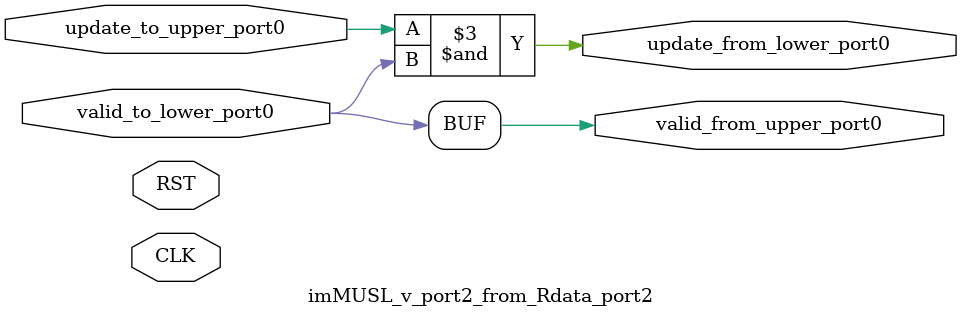
<source format=sv>
module arpreq (
    input transinit_v,
    input [1:0] bresp_v,
    input bvalid_v,
    output bready_v,
    output [12:0] awaddr_Waddr,
    output awvalid_Waddr,
    input awready_Waddr,
    input wready_Wdata,
    output wvalid_Wdata,
    output [3:0] wstrb_Wdata,
    output [31:0] wdata_Wdata,
    input arready_Raddr,
    output arvalid_Raddr,
    output [12:0] araddr_Raddr,
    input [31:0] rdata_Rdata,
    input [1:0] rresp_Rdata,
    output rready_Rdata,
    input rvalid_Rdata,
    input CLK,
    input RST
);
    logic [12:0] awaddr_in_Waddr;
    logic [3:0] wstrb_in_Wdata;
    logic [31:0] wdata_in_Wdata;
    logic [12:0] araddr_in_Raddr;
    logic [31:0] rdata_v;
    logic valid_to_lower_port1_v;
    logic valid_from_upper_port1_Waddr;
    logic update_from_lower_port1_v;
    logic update_to_upper_port1_Waddr;
    logic valid_from_upper_port1_Wdata;
    logic update_to_upper_port1_Wdata;
    logic valid_to_lower_port2_v;
    logic valid_from_upper_port2_Raddr;
    logic update_from_lower_port2_v;
    logic update_to_upper_port2_Raddr;
    logic valid_to_lower_port2_Rdata;
    logic valid_from_upper_port2_v;
    logic update_from_lower_port2_Rdata;
    logic update_to_upper_port2_v;
    logic [1:0] bundle_valid_SUML_from_v_port1;
    logic [1:0] bundle_update_SUML_from_v_port1;
    logic bundle_valid_SUML_from_v_port2;
    logic bundle_update_SUML_from_v_port2;
    logic bundle_valid_SUML_from_Rdata_port2;
    logic bundle_update_SUML_from_Rdata_port2;
    logic bundle_valid_MUSL_from_Waddr_port1;
    logic bundle_update_MUSL_from_Waddr_port1;
    logic bundle_valid_MUSL_from_Wdata_port1;
    logic bundle_update_MUSL_from_Wdata_port1;
    logic bundle_valid_MUSL_from_Raddr_port2;
    logic bundle_update_MUSL_from_Raddr_port2;
    logic bundle_valid_MUSL_from_v_port2;
    logic bundle_update_MUSL_from_v_port2;
    logic CLK_Raddr;
    logic CLK_Rdata;
    logic CLK_Waddr;
    logic CLK_Wdata;
    logic CLK_v;
    logic RST_Raddr;
    logic RST_Rdata;
    logic RST_Waddr;
    logic RST_Wdata;
    logic RST_v;
    logic [12:0] araddr_v;
    logic [12:0] awaddr_v;
    logic [31:0] rdata_out_Rdata;
    logic update_mlay2suml_from_Rdata_port2;
    logic update_mlay2suml_from_v_port1;
    logic update_mlay2suml_from_v_port2;
    logic update_musl2mlay_to_Raddr_port2;
    logic update_musl2mlay_to_Waddr_port1;
    logic update_musl2mlay_to_Wdata_port1;
    logic update_musl2mlay_to_v_port2;
    logic update_suml2musl_Rdata_port2_to_v_port2;
    logic update_suml2musl_v_port1_to_Waddr_port1;
    logic update_suml2musl_v_port1_to_Wdata_port1;
    logic update_suml2musl_v_port2_to_Raddr_port2;
    logic valid_mlay2suml_from_Rdata_port2;
    logic valid_mlay2suml_from_v_port1;
    logic valid_mlay2suml_from_v_port2;
    logic valid_musl2mlay_to_Raddr_port2;
    logic valid_musl2mlay_to_Waddr_port1;
    logic valid_musl2mlay_to_Wdata_port1;
    logic valid_musl2mlay_to_v_port2;
    logic valid_suml2musl_Rdata_port2_to_v_port2;
    logic valid_suml2musl_v_port1_to_Waddr_port1;
    logic valid_suml2musl_v_port1_to_Wdata_port1;
    logic valid_suml2musl_v_port2_to_Raddr_port2;
    logic [31:0] wdata_v;
    logic [3:0] wstrb_v;

    imSUML_v_port1_to_Waddr_port1_and_Wdata_port1 uSUML_from_v_port1 (
        .CLK(CLK),
        .RST(RST),
        .valid_to_lower_port0(valid_mlay2suml_from_v_port1),
        .update_from_lower_port0(update_mlay2suml_from_v_port1),
        .valid_from_upper_port0(bundle_valid_SUML_from_v_port1),
        .update_to_upper_port0(bundle_update_SUML_from_v_port1)
    );
    imSUML_v_port2_to_Raddr_port2 uSUML_from_v_port2 (
        .CLK(CLK),
        .RST(RST),
        .valid_to_lower_port0(valid_mlay2suml_from_v_port2),
        .update_from_lower_port0(update_mlay2suml_from_v_port2),
        .valid_from_upper_port0(bundle_valid_SUML_from_v_port2),
        .update_to_upper_port0(bundle_update_SUML_from_v_port2)
    );
    imSUML_Rdata_port2_to_v_port2 uSUML_from_Rdata_port2 (
        .CLK(CLK),
        .RST(RST),
        .valid_to_lower_port0(valid_mlay2suml_from_Rdata_port2),
        .update_from_lower_port0(update_mlay2suml_from_Rdata_port2),
        .valid_from_upper_port0(bundle_valid_SUML_from_Rdata_port2),
        .update_to_upper_port0(bundle_update_SUML_from_Rdata_port2)
    );
    imMUSL_Waddr_port1_from_v_port1 uMUSL_from_Waddr_port1 (
        .CLK(CLK),
        .RST(RST),
        .valid_to_lower_port0(bundle_valid_MUSL_from_Waddr_port1),
        .update_from_lower_port0(bundle_update_MUSL_from_Waddr_port1),
        .valid_from_upper_port0(valid_musl2mlay_to_Waddr_port1),
        .update_to_upper_port0(update_musl2mlay_to_Waddr_port1)
    );
    imMUSL_Wdata_port1_from_v_port1 uMUSL_from_Wdata_port1 (
        .CLK(CLK),
        .RST(RST),
        .valid_to_lower_port0(bundle_valid_MUSL_from_Wdata_port1),
        .update_from_lower_port0(bundle_update_MUSL_from_Wdata_port1),
        .valid_from_upper_port0(valid_musl2mlay_to_Wdata_port1),
        .update_to_upper_port0(update_musl2mlay_to_Wdata_port1)
    );
    imMUSL_Raddr_port2_from_v_port2 uMUSL_from_Raddr_port2 (
        .CLK(CLK),
        .RST(RST),
        .valid_to_lower_port0(bundle_valid_MUSL_from_Raddr_port2),
        .update_from_lower_port0(bundle_update_MUSL_from_Raddr_port2),
        .valid_from_upper_port0(valid_musl2mlay_to_Raddr_port2),
        .update_to_upper_port0(update_musl2mlay_to_Raddr_port2)
    );
    imMUSL_v_port2_from_Rdata_port2 uMUSL_from_v_port2 (
        .CLK(CLK),
        .RST(RST),
        .valid_to_lower_port0(bundle_valid_MUSL_from_v_port2),
        .update_from_lower_port0(bundle_update_MUSL_from_v_port2),
        .valid_from_upper_port0(valid_musl2mlay_to_v_port2),
        .update_to_upper_port0(update_musl2mlay_to_v_port2)
    );
    v v_inst (
        .bready(bready_v),
        .bresp(bresp_v),
        .bvalid(bvalid_v),
        .awaddr(awaddr_v),
        .araddr(araddr_v),
        .wstrb(wstrb_v),
        .wdata(wdata_v),
        .rdata(rdata_v),
        .transinit(transinit_v),
        .CLK(CLK_v),
        .RST(RST_v),
        .valid_to_lower_port1(valid_to_lower_port1_v),
        .update_from_lower_port1(update_from_lower_port1_v),
        .valid_to_lower_port2(valid_to_lower_port2_v),
        .update_from_lower_port2(update_from_lower_port2_v),
        .valid_from_upper_port2(valid_from_upper_port2_v),
        .update_to_upper_port2(update_to_upper_port2_v)
    );
    Waddr Waddr_inst (
        .awaddr(awaddr_Waddr),
        .awready(awready_Waddr),
        .awvalid(awvalid_Waddr),
        .awaddr_in(awaddr_in_Waddr),
        .CLK(CLK_Waddr),
        .RST(RST_Waddr),
        .valid_from_upper_port1(valid_from_upper_port1_Waddr),
        .update_to_upper_port1(update_to_upper_port1_Waddr)
    );
    Wdata Wdata_inst (
        .wdata(wdata_Wdata),
        .wstrb(wstrb_Wdata),
        .wvalid(wvalid_Wdata),
        .wready(wready_Wdata),
        .wdata_in(wdata_in_Wdata),
        .wstrb_in(wstrb_in_Wdata),
        .CLK(CLK_Wdata),
        .RST(RST_Wdata),
        .valid_from_upper_port1(valid_from_upper_port1_Wdata),
        .update_to_upper_port1(update_to_upper_port1_Wdata)
    );
    Raddr Raddr_inst (
        .araddr(araddr_Raddr),
        .arready(arready_Raddr),
        .arvalid(arvalid_Raddr),
        .araddr_in(araddr_in_Raddr),
        .CLK(CLK_Raddr),
        .RST(RST_Raddr),
        .valid_from_upper_port2(valid_from_upper_port2_Raddr),
        .update_to_upper_port2(update_to_upper_port2_Raddr)
    );
    Rdata Rdata_inst (
        .rready(rready_Rdata),
        .rvalid(rvalid_Rdata),
        .rdata(rdata_Rdata),
        .rresp(rresp_Rdata),
        .rdata_out(rdata_out_Rdata),
        .CLK(CLK_Rdata),
        .RST(RST_Rdata),
        .valid_to_lower_port2(valid_to_lower_port2_Rdata),
        .update_from_lower_port2(update_from_lower_port2_Rdata)
    );
    always_comb begin
        awaddr_in_Waddr = awaddr_v;
        wstrb_in_Wdata = wstrb_v;
        wdata_in_Wdata = wdata_v;
        araddr_in_Raddr = araddr_v;
        rdata_v = rdata_out_Rdata;
    end
    always_comb begin
        valid_suml2musl_v_port1_to_Waddr_port1 = bundle_valid_SUML_from_v_port1[0];
        valid_suml2musl_v_port1_to_Wdata_port1 = bundle_valid_SUML_from_v_port1[1];
        bundle_update_SUML_from_v_port1[0] = update_suml2musl_v_port1_to_Waddr_port1;
        bundle_update_SUML_from_v_port1[1] = update_suml2musl_v_port1_to_Wdata_port1;
    end
    always_comb begin
        valid_suml2musl_v_port2_to_Raddr_port2 = bundle_valid_SUML_from_v_port2;
        bundle_update_SUML_from_v_port2 = update_suml2musl_v_port2_to_Raddr_port2;
    end
    always_comb begin
        valid_suml2musl_Rdata_port2_to_v_port2 = bundle_valid_SUML_from_Rdata_port2;
        bundle_update_SUML_from_Rdata_port2 = update_suml2musl_Rdata_port2_to_v_port2;
    end
    always_comb begin
        bundle_valid_MUSL_from_Waddr_port1 = valid_suml2musl_v_port1_to_Waddr_port1;
        update_suml2musl_v_port1_to_Waddr_port1 = bundle_update_MUSL_from_Waddr_port1;
    end
    always_comb begin
        bundle_valid_MUSL_from_Wdata_port1 = valid_suml2musl_v_port1_to_Wdata_port1;
        update_suml2musl_v_port1_to_Wdata_port1 = bundle_update_MUSL_from_Wdata_port1;
    end
    always_comb begin
        bundle_valid_MUSL_from_Raddr_port2 = valid_suml2musl_v_port2_to_Raddr_port2;
        update_suml2musl_v_port2_to_Raddr_port2 = bundle_update_MUSL_from_Raddr_port2;
    end
    always_comb begin
        bundle_valid_MUSL_from_v_port2 = valid_suml2musl_Rdata_port2_to_v_port2;
        update_suml2musl_Rdata_port2_to_v_port2 = bundle_update_MUSL_from_v_port2;
    end
    always_comb begin
        update_from_lower_port1_v = update_mlay2suml_from_v_port1;
        valid_mlay2suml_from_v_port1 = valid_to_lower_port1_v;
        update_from_lower_port2_v = update_mlay2suml_from_v_port2;
        valid_mlay2suml_from_v_port2 = valid_to_lower_port2_v;
        update_from_lower_port2_Rdata = update_mlay2suml_from_Rdata_port2;
        valid_mlay2suml_from_Rdata_port2 = valid_to_lower_port2_Rdata;
    end
    always_comb begin
        update_musl2mlay_to_Waddr_port1 = update_to_upper_port1_Waddr;
        valid_from_upper_port1_Waddr = valid_musl2mlay_to_Waddr_port1;
        update_musl2mlay_to_Wdata_port1 = update_to_upper_port1_Wdata;
        valid_from_upper_port1_Wdata = valid_musl2mlay_to_Wdata_port1;
        update_musl2mlay_to_Raddr_port2 = update_to_upper_port2_Raddr;
        valid_from_upper_port2_Raddr = valid_musl2mlay_to_Raddr_port2;
        update_musl2mlay_to_v_port2 = update_to_upper_port2_v;
        valid_from_upper_port2_v = valid_musl2mlay_to_v_port2;
    end
    always_comb begin
        CLK_v = CLK;
        RST_v = RST;
    end
    always_comb begin
        CLK_Waddr = CLK;
        RST_Waddr = RST;
    end
    always_comb begin
        CLK_Wdata = CLK;
        RST_Wdata = RST;
    end
    always_comb begin
        CLK_Raddr = CLK;
        RST_Raddr = RST;
    end
    always_comb begin
        CLK_Rdata = CLK;
        RST_Rdata = RST;
    end
endmodule
module v (
    output logic bready,
    input [1:0] bresp,
    input bvalid,
    output logic [12:0] awaddr,
    output logic [12:0] araddr,
    output logic [3:0] wstrb,
    output logic [31:0] wdata,
    input [31:0] rdata,
    input transinit,
    input CLK,
    input RST,
    output logic valid_to_lower_port1,
    input logic update_from_lower_port1,
    output logic valid_to_lower_port2,
    input logic update_from_lower_port2,
    input logic valid_from_upper_port2,
    output logic update_to_upper_port2
);
    localparam idle = 0;
    localparam addr1 = 1;
    localparam addr2 = 2;
    localparam addr3 = 3;
    localparam typeRegister = 4;
    localparam lenRegister = 5;
    localparam dataRegister = 6;
    localparam setStatus = 7;
    localparam readStatus = 8;
    localparam waitStatus = 9;
    localparam readall = 10;

    logic [(32 * 7)-1:0] dvec;
    logic [(32 * 7)-1:0] dbuf;
    logic [(32 * 7)-1:0] dtarget;
    reg [3:0] etherrecv;
    logic [31:0] _count;
    logic [31:0] _counter;
    logic [31:0] _subcount;
    logic [31:0] _waitcount;
    logic [3:0] ether;
    logic fire;
    logic phybusy;
    logic rissued;
    logic [31:0] rtemp;
    logic waitStatusDone;

    always_ff @( posedge CLK ) begin
        if (RST) begin
            etherrecv <= 0;
        end else begin
            case (etherrecv)
                idle: begin
                    if (transinit) begin
                        etherrecv <= addr1;
                    end
                end
                addr1: begin
                    if (((valid_from_upper_port2 & update_to_upper_port2) & (_subcount == 2))) begin
                        etherrecv <= addr2;
                    end
                end
                addr2: begin
                    if (((valid_from_upper_port2 & update_to_upper_port2) & (_counter == 2))) begin
                        etherrecv <= addr3;
                    end
                end
                addr3: begin
                    if (((valid_from_upper_port2 & update_to_upper_port2) & (_counter == 2))) begin
                        etherrecv <= typeRegister;
                    end
                end
                typeRegister: begin
                    if (((valid_from_upper_port2 & update_to_upper_port2) & (_counter == 2))) begin
                        etherrecv <= lenRegister;
                    end
                end
                lenRegister: begin
                    if (((valid_from_upper_port2 & update_to_upper_port2) & (_counter == 2))) begin
                        etherrecv <= dataRegister;
                    end
                end
                dataRegister: begin
                    if (((valid_from_upper_port2 & update_to_upper_port2) & ((_count == (7 - 1)) & (_subcount == 2)))) begin
                        etherrecv <= readall;
                    end
                end
                setStatus: begin
                    if (((valid_to_lower_port1 & update_from_lower_port1) & (_count == 2))) begin
                        etherrecv <= readStatus;
                    end
                end
                readStatus: begin
                    if (rissued) begin
                        etherrecv <= waitStatus;
                    end
                end
                waitStatus: begin
                    if (waitStatusDone) begin
                        etherrecv <= idle;
                    end else if (phybusy) begin
                        etherrecv <= readStatus;
                    end
                end
                readall: begin
                    if (((_waitcount == 200) & (_count == 11))) begin
                        etherrecv <= setStatus;
                    end
                end
            endcase
        end
    end
    always_comb begin
        ether = etherrecv;
        dvec[31:0] = 67502088;
        dvec[63:32] = 256;
        dvec[95:64] = 3472490590;
        dvec[127:96] = 33558700;
        dvec[159:128] = 0;
        dvec[191:160] = 279707648;
        dvec[223:192] = 256;
        rissued = (valid_to_lower_port2 & update_from_lower_port2);
        phybusy = ((valid_from_upper_port2 & update_to_upper_port2) & rdata[0]);
        waitStatusDone = ((valid_from_upper_port2 & update_to_upper_port2) & (~rdata[0]));
        bready = 1;
    end
    always_comb begin
        awaddr = 0;
        wstrb = 0;
        wdata = 0;
        araddr = 0;
        valid_to_lower_port1 = 0;
        valid_to_lower_port2 = 0;
        update_to_upper_port2 = 0;
        if ((ether == addr1)) begin
            if ((_subcount == 0)) begin
                awaddr = 0;
                wstrb = 15;
                wdata = (~0);
                valid_to_lower_port1 = fire;
                if ((valid_to_lower_port1 & update_from_lower_port1)) begin
                    
                end
            end else if ((_subcount == 1)) begin
                araddr = 0;
                valid_to_lower_port2 = 1;
                if ((valid_to_lower_port2 & update_from_lower_port2)) begin
                    
                end
            end else if ((_subcount == 2)) begin
                update_to_upper_port2 = 1;
                if ((valid_from_upper_port2 & update_to_upper_port2)) begin
                    
                end
            end
        end else if ((ether == addr2)) begin
            if ((_counter == 32'd0)) begin
                awaddr = 4;
                wstrb = 15;
                wdata = 65535;
                valid_to_lower_port1 = 1;
                if ((valid_to_lower_port1 & update_from_lower_port1)) begin
                    
                end
            end else if ((_counter == 1)) begin
                araddr = 4;
                valid_to_lower_port2 = 1;
                if ((valid_to_lower_port2 & update_from_lower_port2)) begin
                    
                end
            end else if ((_counter == 2)) begin
                update_to_upper_port2 = 1;
                if ((valid_from_upper_port2 & update_to_upper_port2)) begin
                    
                end
            end
        end else if ((ether == addr3)) begin
            if ((_counter == 0)) begin
                awaddr = 8;
                wstrb = 15;
                wdata = 3472490590;
                valid_to_lower_port1 = 1;
                if ((valid_to_lower_port1 & update_from_lower_port1)) begin
                    
                end
            end else if ((_counter == 1)) begin
                araddr = 8;
                valid_to_lower_port2 = 1;
                if ((valid_to_lower_port2 & update_from_lower_port2)) begin
                    
                end
            end else if ((_counter == 2)) begin
                update_to_upper_port2 = 1;
                if ((valid_from_upper_port2 & update_to_upper_port2)) begin
                    
                end
            end
        end else if ((ether == typeRegister)) begin
            if ((_counter == 0)) begin
                awaddr = 12;
                wstrb = 15;
                wdata = ((256 << 16) | 1544);
                valid_to_lower_port1 = 1;
                if ((valid_to_lower_port1 & update_from_lower_port1)) begin
                    
                end
            end else if ((_counter == 1)) begin
                araddr = 12;
                valid_to_lower_port2 = 1;
                if ((valid_to_lower_port2 & update_from_lower_port2)) begin
                    
                end
            end else if ((_counter == 2)) begin
                update_to_upper_port2 = 1;
                if ((valid_from_upper_port2 & update_to_upper_port2)) begin
                    
                end
            end
        end else if ((ether == lenRegister)) begin
            if ((_counter == 0)) begin
                awaddr = 2036;
                wstrb = 3;
                wdata = (28 + 14);
                valid_to_lower_port1 = 1;
                if ((valid_to_lower_port1 & update_from_lower_port1)) begin
                    
                end
            end else if ((_counter == 1)) begin
                araddr = 2036;
                valid_to_lower_port2 = 1;
                if ((valid_to_lower_port2 & update_from_lower_port2)) begin
                    
                end
            end else if ((_counter == 2)) begin
                update_to_upper_port2 = 1;
                if ((valid_from_upper_port2 & update_to_upper_port2)) begin
                    
                end
            end
        end else if ((ether == dataRegister)) begin
            if ((_subcount == 0)) begin
                awaddr = (16 + (_count[12:0] << 2));
                wstrb = 15;
                valid_to_lower_port1 = 1;
                wdata = dvec[((_count << 5) + 31) -: 32];
                if ((valid_to_lower_port1 & update_from_lower_port1)) begin
                    
                end
            end else if ((_subcount == 1)) begin
                araddr = (16 + (_count[12:0] << 2));
                valid_to_lower_port2 = 1;
                if ((valid_to_lower_port2 & update_from_lower_port2)) begin
                    
                end
            end else if ((_subcount == 2)) begin
                update_to_upper_port2 = 1;
                if ((valid_from_upper_port2 & update_to_upper_port2)) begin
                    if ((_count < (7 - 1))) begin
                        
                    end else begin
                        
                    end
                end
            end
        end else if ((ether == readall)) begin
            if ((_count == 11)) begin
                if ((_waitcount == 200)) begin
                    
                end else begin
                    
                end
            end else begin
                if ((_subcount == 0)) begin
                    araddr = (0 + (_count[12:0] << 2));
                    valid_to_lower_port2 = 1;
                    if ((valid_to_lower_port2 & update_from_lower_port2)) begin
                        
                    end
                end else begin
                    update_to_upper_port2 = 1;
                    if ((valid_from_upper_port2 & update_to_upper_port2)) begin
                        
                    end
                end
            end
        end else if ((ether == setStatus)) begin
            valid_to_lower_port1 = 0;
            if ((_count == 0)) begin
                araddr = 2044;
                valid_to_lower_port2 = 1;
                if ((valid_to_lower_port2 & update_from_lower_port2)) begin
                    
                end
            end else if ((_count == 1)) begin
                update_to_upper_port2 = 1;
                if ((valid_from_upper_port2 & update_to_upper_port2)) begin
                    
                end
            end else begin
                valid_to_lower_port1 = 1;
                awaddr = 2044;
                wstrb = 15;
                wdata[0] = 1;
                wdata[31:1] = rtemp[31:1];
                if ((valid_to_lower_port1 & update_from_lower_port1)) begin
                    
                end
            end
        end else begin
            valid_to_lower_port1 = 0;
        end
        if ((ether == readStatus)) begin
            araddr = 2044;
            valid_to_lower_port2 = 1;
        end
        if ((ether == waitStatus)) begin
            update_to_upper_port2 = 1;
        end
    end
    always_ff @( posedge CLK ) begin
        if (RST) begin
            _count <= 0;
            _counter <= 0;
            _subcount <= 0;
            _waitcount <= 0;
            fire <= 0;
            rtemp <= 0;
        end else begin
            fire <= (fire | transinit);
            if ((ether == addr1)) begin
                if ((_subcount == 0)) begin
                    if ((valid_to_lower_port1 & update_from_lower_port1)) begin
                        _subcount <= 1;
                    end
                end else if ((_subcount == 1)) begin
                    if ((valid_to_lower_port2 & update_from_lower_port2)) begin
                        _subcount <= 2;
                    end
                end else if ((_subcount == 2)) begin
                    if ((valid_from_upper_port2 & update_to_upper_port2)) begin
                        _subcount <= 0;
                    end
                end
            end else if ((ether == addr2)) begin
                if ((_counter == 32'd0)) begin
                    if ((valid_to_lower_port1 & update_from_lower_port1)) begin
                        _counter <= 1;
                    end
                end else if ((_counter == 1)) begin
                    if ((valid_to_lower_port2 & update_from_lower_port2)) begin
                        _counter <= 2;
                    end
                end else if ((_counter == 2)) begin
                    if ((valid_from_upper_port2 & update_to_upper_port2)) begin
                        _counter <= 0;
                    end
                end
            end else if ((ether == addr3)) begin
                if ((_counter == 0)) begin
                    if ((valid_to_lower_port1 & update_from_lower_port1)) begin
                        _counter <= 1;
                    end
                end else if ((_counter == 1)) begin
                    if ((valid_to_lower_port2 & update_from_lower_port2)) begin
                        _counter <= 2;
                    end
                end else if ((_counter == 2)) begin
                    if ((valid_from_upper_port2 & update_to_upper_port2)) begin
                        _counter <= 0;
                    end
                end
            end else if ((ether == typeRegister)) begin
                if ((_counter == 0)) begin
                    if ((valid_to_lower_port1 & update_from_lower_port1)) begin
                        _counter <= 1;
                    end
                end else if ((_counter == 1)) begin
                    if ((valid_to_lower_port2 & update_from_lower_port2)) begin
                        _counter <= 2;
                    end
                end else if ((_counter == 2)) begin
                    if ((valid_from_upper_port2 & update_to_upper_port2)) begin
                        _counter <= 0;
                    end
                end
            end else if ((ether == lenRegister)) begin
                if ((_counter == 0)) begin
                    if ((valid_to_lower_port1 & update_from_lower_port1)) begin
                        _counter <= 1;
                    end
                end else if ((_counter == 1)) begin
                    if ((valid_to_lower_port2 & update_from_lower_port2)) begin
                        _counter <= 2;
                    end
                end else if ((_counter == 2)) begin
                    if ((valid_from_upper_port2 & update_to_upper_port2)) begin
                        _counter <= 0;
                    end
                end
            end else if ((ether == dataRegister)) begin
                if ((_subcount == 0)) begin
                    if ((valid_to_lower_port1 & update_from_lower_port1)) begin
                        _subcount <= 1;
                    end
                end else if ((_subcount == 1)) begin
                    if ((valid_to_lower_port2 & update_from_lower_port2)) begin
                        _subcount <= 2;
                    end
                end else if ((_subcount == 2)) begin
                    if ((valid_from_upper_port2 & update_to_upper_port2)) begin
                        _subcount <= 0;
                        if ((_count < (7 - 1))) begin
                            _count <= (_count + 1);
                        end else begin
                            _count <= 32'd0;
                        end
                    end
                end
            end else if ((ether == readall)) begin
                if ((_count == 11)) begin
                    if ((_waitcount == 200)) begin
                        _waitcount <= 0;
                        _count <= 0;
                    end else begin
                        _waitcount <= (_waitcount + 32'd1);
                    end
                end else begin
                    if ((_subcount == 0)) begin
                        if ((valid_to_lower_port2 & update_from_lower_port2)) begin
                            _subcount <= 1;
                        end
                    end else begin
                        if ((valid_from_upper_port2 & update_to_upper_port2)) begin
                            _subcount <= 32'd0;
                            _count <= (_count + 1);
                        end
                    end
                end
            end else if ((ether == setStatus)) begin
                if ((_count == 0)) begin
                    if ((valid_to_lower_port2 & update_from_lower_port2)) begin
                        _count <= (_count + 1);
                    end
                end else if ((_count == 1)) begin
                    rtemp <= rdata;
                    if ((valid_from_upper_port2 & update_to_upper_port2)) begin
                        _count <= (_count + 1);
                    end
                end else begin
                    if ((valid_to_lower_port1 & update_from_lower_port1)) begin
                        _count <= 0;
                    end
                end
            end else begin
                
            end
            if ((ether == readStatus)) begin
                
            end
            if ((ether == waitStatus)) begin
                
            end
        end
    end
endmodule
module Waddr (
    output logic [12:0] awaddr,
    input awready,
    output logic awvalid,
    input [12:0] awaddr_in,
    input CLK,
    input RST,
    input logic valid_from_upper_port1,
    output logic update_to_upper_port1
);
    always_comb begin
        awaddr = awaddr_in;
        update_to_upper_port1 = awready;
        awvalid = valid_from_upper_port1;
    end
endmodule
module Wdata (
    output logic [31:0] wdata,
    output logic [3:0] wstrb,
    output logic wvalid,
    input wready,
    input [31:0] wdata_in,
    input [3:0] wstrb_in,
    input CLK,
    input RST,
    input logic valid_from_upper_port1,
    output logic update_to_upper_port1
);
    always_comb begin
        wdata = wdata_in;
        wstrb = wstrb_in;
        update_to_upper_port1 = wready;
        wvalid = valid_from_upper_port1;
    end
endmodule
module Raddr (
    output logic [12:0] araddr,
    input arready,
    output logic arvalid,
    input [12:0] araddr_in,
    input CLK,
    input RST,
    input logic valid_from_upper_port2,
    output logic update_to_upper_port2
);
    always_comb begin
        araddr = araddr_in;
        update_to_upper_port2 = arready;
        arvalid = valid_from_upper_port2;
    end
endmodule
module Rdata (
    output logic rready,
    input rvalid,
    input [31:0] rdata,
    input [1:0] rresp,
    output logic [31:0] rdata_out,
    input CLK,
    input RST,
    output logic valid_to_lower_port2,
    input logic update_from_lower_port2
);
    always_comb begin
        rdata_out = rdata;
        valid_to_lower_port2 = rvalid;
        rready = update_from_lower_port2;
    end
endmodule
module imSUML_v_port1_to_Waddr_port1_and_Wdata_port1 (
    input valid_to_lower_port0,
    output logic update_from_lower_port0,
    output logic [1:0] valid_from_upper_port0,
    input [1:0] update_to_upper_port0,
    input CLK,
    input RST
);
    logic transphase_global;
    logic accepted_child1_comb;
    logic accepted_child1_reg;
    logic accepted_child2_comb;
    logic accepted_child2_reg;
    logic acceptedall;
    logic transphase_local_child1;
    logic transphase_local_child2;
    logic update_to_upper_port0_1;
    logic update_to_upper_port0_2;
    logic valid_from_upper_port0_1;
    logic valid_from_upper_port0_2;

    always_comb begin
        update_to_upper_port0_1 = update_to_upper_port0[0];
        update_to_upper_port0_2 = update_to_upper_port0[1];
    end
    always_comb begin
        valid_from_upper_port0[0] = valid_from_upper_port0_1;
        valid_from_upper_port0[1] = valid_from_upper_port0_2;
    end
    always_comb begin
        accepted_child1_comb = (valid_from_upper_port0_1 & update_to_upper_port0_1);
    end
    always_ff @( posedge CLK ) begin
        if (RST) begin
            accepted_child1_reg <= 0;
        end else begin
            if (acceptedall) begin
                accepted_child1_reg <= 0;
            end else begin
                accepted_child1_reg <= (accepted_child1_comb | accepted_child1_reg);
            end
        end
    end
    always_ff @( posedge CLK ) begin
        if (RST) begin
            transphase_local_child1 <= 0;
        end else begin
            if ((accepted_child1_comb | accepted_child1_reg)) begin
                transphase_local_child1 <= (~transphase_global);
            end
        end
    end
    always_comb begin
        valid_from_upper_port0_1 = (valid_to_lower_port0 & (~(~(transphase_local_child1 == transphase_global))));
    end
    always_comb begin
        accepted_child2_comb = (valid_from_upper_port0_2 & update_to_upper_port0_2);
    end
    always_ff @( posedge CLK ) begin
        if (RST) begin
            accepted_child2_reg <= 0;
        end else begin
            if (acceptedall) begin
                accepted_child2_reg <= 0;
            end else begin
                accepted_child2_reg <= (accepted_child2_comb | accepted_child2_reg);
            end
        end
    end
    always_ff @( posedge CLK ) begin
        if (RST) begin
            transphase_local_child2 <= 0;
        end else begin
            if ((accepted_child2_comb | accepted_child2_reg)) begin
                transphase_local_child2 <= (~transphase_global);
            end
        end
    end
    always_comb begin
        valid_from_upper_port0_2 = (valid_to_lower_port0 & (~(~(transphase_local_child2 == transphase_global))));
    end
    always_ff @( posedge CLK ) begin
        if (RST) begin
            transphase_global <= 0;
        end else begin
            if (acceptedall) begin
                transphase_global <= (~transphase_global);
            end
        end
    end
    always_comb begin
        acceptedall = ((1'd1 & (accepted_child1_comb | accepted_child1_reg)) & (accepted_child2_comb | accepted_child2_reg));
    end
    always_comb begin
        update_from_lower_port0 = ((1'd1 & ((accepted_child1_comb | accepted_child1_reg) | update_to_upper_port0_1)) & ((accepted_child2_comb | accepted_child2_reg) | update_to_upper_port0_2));
    end
endmodule
module imSUML_v_port2_to_Raddr_port2 (
    input valid_to_lower_port0,
    output logic update_from_lower_port0,
    output logic valid_from_upper_port0,
    input update_to_upper_port0,
    input CLK,
    input RST
);
    logic transphase_global;
    logic accepted_child1_comb;
    logic accepted_child1_reg;
    logic acceptedall;
    logic transphase_local_child1;
    logic update_to_upper_port0_1;
    logic valid_from_upper_port0_1;

    always_comb begin
        update_to_upper_port0_1 = update_to_upper_port0;
    end
    always_comb begin
        valid_from_upper_port0 = valid_from_upper_port0_1;
    end
    always_comb begin
        accepted_child1_comb = (valid_from_upper_port0_1 & update_to_upper_port0_1);
    end
    always_ff @( posedge CLK ) begin
        if (RST) begin
            accepted_child1_reg <= 0;
        end else begin
            if (acceptedall) begin
                accepted_child1_reg <= 0;
            end else begin
                accepted_child1_reg <= (accepted_child1_comb | accepted_child1_reg);
            end
        end
    end
    always_ff @( posedge CLK ) begin
        if (RST) begin
            transphase_local_child1 <= 0;
        end else begin
            if ((accepted_child1_comb | accepted_child1_reg)) begin
                transphase_local_child1 <= (~transphase_global);
            end
        end
    end
    always_comb begin
        valid_from_upper_port0_1 = (valid_to_lower_port0 & (~(~(transphase_local_child1 == transphase_global))));
    end
    always_ff @( posedge CLK ) begin
        if (RST) begin
            transphase_global <= 0;
        end else begin
            if (acceptedall) begin
                transphase_global <= (~transphase_global);
            end
        end
    end
    always_comb begin
        acceptedall = (1'd1 & (accepted_child1_comb | accepted_child1_reg));
    end
    always_comb begin
        update_from_lower_port0 = (1'd1 & ((accepted_child1_comb | accepted_child1_reg) | update_to_upper_port0_1));
    end
endmodule
module imSUML_Rdata_port2_to_v_port2 (
    input valid_to_lower_port0,
    output logic update_from_lower_port0,
    output logic valid_from_upper_port0,
    input update_to_upper_port0,
    input CLK,
    input RST
);
    logic transphase_global;
    logic accepted_child1_comb;
    logic accepted_child1_reg;
    logic acceptedall;
    logic transphase_local_child1;
    logic update_to_upper_port0_1;
    logic valid_from_upper_port0_1;

    always_comb begin
        update_to_upper_port0_1 = update_to_upper_port0;
    end
    always_comb begin
        valid_from_upper_port0 = valid_from_upper_port0_1;
    end
    always_comb begin
        accepted_child1_comb = (valid_from_upper_port0_1 & update_to_upper_port0_1);
    end
    always_ff @( posedge CLK ) begin
        if (RST) begin
            accepted_child1_reg <= 0;
        end else begin
            if (acceptedall) begin
                accepted_child1_reg <= 0;
            end else begin
                accepted_child1_reg <= (accepted_child1_comb | accepted_child1_reg);
            end
        end
    end
    always_ff @( posedge CLK ) begin
        if (RST) begin
            transphase_local_child1 <= 0;
        end else begin
            if ((accepted_child1_comb | accepted_child1_reg)) begin
                transphase_local_child1 <= (~transphase_global);
            end
        end
    end
    always_comb begin
        valid_from_upper_port0_1 = (valid_to_lower_port0 & (~(~(transphase_local_child1 == transphase_global))));
    end
    always_ff @( posedge CLK ) begin
        if (RST) begin
            transphase_global <= 0;
        end else begin
            if (acceptedall) begin
                transphase_global <= (~transphase_global);
            end
        end
    end
    always_comb begin
        acceptedall = (1'd1 & (accepted_child1_comb | accepted_child1_reg));
    end
    always_comb begin
        update_from_lower_port0 = (1'd1 & ((accepted_child1_comb | accepted_child1_reg) | update_to_upper_port0_1));
    end
endmodule
module imMUSL_Waddr_port1_from_v_port1 (
    input update_to_upper_port0,
    output logic valid_from_upper_port0,
    input valid_to_lower_port0,
    output logic update_from_lower_port0,
    input CLK,
    input RST
);
    always_comb begin
        update_from_lower_port0 = (update_to_upper_port0 & (&(valid_to_lower_port0)));
    end
    always_comb begin
        valid_from_upper_port0 = (&(valid_to_lower_port0));
    end
endmodule
module imMUSL_Wdata_port1_from_v_port1 (
    input update_to_upper_port0,
    output logic valid_from_upper_port0,
    input valid_to_lower_port0,
    output logic update_from_lower_port0,
    input CLK,
    input RST
);
    always_comb begin
        update_from_lower_port0 = (update_to_upper_port0 & (&(valid_to_lower_port0)));
    end
    always_comb begin
        valid_from_upper_port0 = (&(valid_to_lower_port0));
    end
endmodule
module imMUSL_Raddr_port2_from_v_port2 (
    input update_to_upper_port0,
    output logic valid_from_upper_port0,
    input valid_to_lower_port0,
    output logic update_from_lower_port0,
    input CLK,
    input RST
);
    always_comb begin
        update_from_lower_port0 = (update_to_upper_port0 & (&(valid_to_lower_port0)));
    end
    always_comb begin
        valid_from_upper_port0 = (&(valid_to_lower_port0));
    end
endmodule
module imMUSL_v_port2_from_Rdata_port2 (
    input update_to_upper_port0,
    output logic valid_from_upper_port0,
    input valid_to_lower_port0,
    output logic update_from_lower_port0,
    input CLK,
    input RST
);
    always_comb begin
        update_from_lower_port0 = (update_to_upper_port0 & (&(valid_to_lower_port0)));
    end
    always_comb begin
        valid_from_upper_port0 = (&(valid_to_lower_port0));
    end
endmodule

</source>
